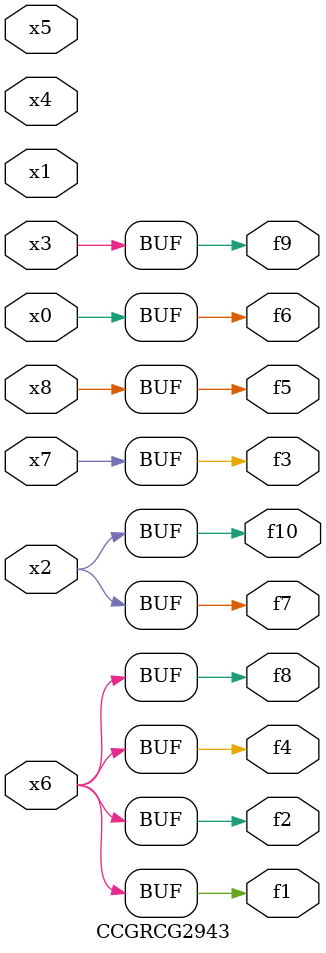
<source format=v>
module CCGRCG2943(
	input x0, x1, x2, x3, x4, x5, x6, x7, x8,
	output f1, f2, f3, f4, f5, f6, f7, f8, f9, f10
);
	assign f1 = x6;
	assign f2 = x6;
	assign f3 = x7;
	assign f4 = x6;
	assign f5 = x8;
	assign f6 = x0;
	assign f7 = x2;
	assign f8 = x6;
	assign f9 = x3;
	assign f10 = x2;
endmodule

</source>
